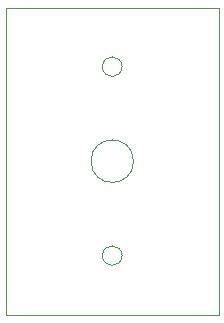
<source format=gbr>
%TF.GenerationSoftware,KiCad,Pcbnew,(7.0.0)*%
%TF.CreationDate,2023-02-27T22:59:02+05:30*%
%TF.ProjectId,9W_SYSKA,39575f53-5953-44b4-912e-6b696361645f,rev?*%
%TF.SameCoordinates,Original*%
%TF.FileFunction,Profile,NP*%
%FSLAX46Y46*%
G04 Gerber Fmt 4.6, Leading zero omitted, Abs format (unit mm)*
G04 Created by KiCad (PCBNEW (7.0.0)) date 2023-02-27 22:59:02*
%MOMM*%
%LPD*%
G01*
G04 APERTURE LIST*
%TA.AperFunction,Profile*%
%ADD10C,0.100000*%
%TD*%
G04 APERTURE END LIST*
D10*
X100000000Y-100000000D02*
X100000000Y-126000000D01*
X100000000Y-126000000D02*
X118000000Y-126000000D01*
X109830000Y-105000000D02*
G75*
G03*
X109830000Y-105000000I-830000J0D01*
G01*
X118000000Y-100000000D02*
X118000000Y-126000000D01*
X110800000Y-113000000D02*
G75*
G03*
X110800000Y-113000000I-1800000J0D01*
G01*
X109830000Y-121000000D02*
G75*
G03*
X109830000Y-121000000I-830000J0D01*
G01*
X100000000Y-100000000D02*
X118000000Y-100000000D01*
M02*

</source>
